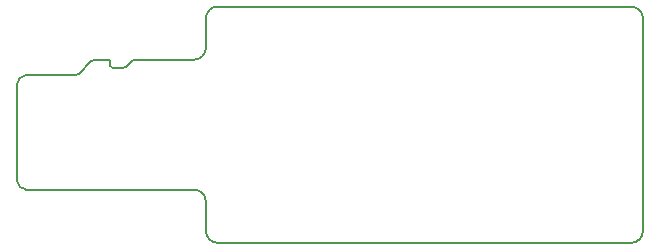
<source format=gm1>
G04 Layer_Color=16711935*
%FSLAX43Y43*%
%MOMM*%
G71*
G01*
G75*
%ADD10C,0.203*%
%ADD55C,0.200*%
%ADD115C,0.203*%
D10*
X-7900Y14800D02*
X-7066D01*
X-6783Y14917D02*
X-6200Y15500D01*
X-8100Y15000D02*
Y15400D01*
X-9434Y15500D02*
X-8200D01*
X-10783Y14317D02*
X-9717Y15383D01*
X-15200Y14200D02*
X-11066D01*
X-16000Y5300D02*
Y13400D01*
X-6200Y15500D02*
X-1000D01*
X-15200Y4500D02*
X-1000D01*
X37000Y1000D02*
Y19000D01*
X1000Y0D02*
X36000D01*
X0Y1000D02*
Y3500D01*
X1000Y20000D02*
X36000D01*
X0Y16500D02*
Y19000D01*
D55*
X-8100Y15000D02*
G03*
X-7900Y14800I200J0D01*
G01*
D115*
X1000Y20000D02*
G03*
X0Y19000I0J-1000D01*
G01*
X37000Y19000D02*
G03*
X36000Y20000I-1000J0D01*
G01*
X-7066Y14800D02*
G03*
X-6783Y14917I0J400D01*
G01*
X-8100Y15400D02*
G03*
X-8200Y15500I-100J0D01*
G01*
X-9434Y15500D02*
G03*
X-9717Y15383I0J-400D01*
G01*
X-11066Y14200D02*
G03*
X-10783Y14317I0J400D01*
G01*
X-15200Y14200D02*
G03*
X-16000Y13400I0J-800D01*
G01*
X-16000Y5300D02*
G03*
X-15200Y4500I800J0D01*
G01*
X0Y3500D02*
G03*
X-1000Y4500I-1000J0D01*
G01*
Y15500D02*
G03*
X0Y16500I0J1000D01*
G01*
X36000Y-0D02*
G03*
X37000Y1000I0J1000D01*
G01*
X-0Y1000D02*
G03*
X1000Y0I1000J0D01*
G01*
M02*

</source>
